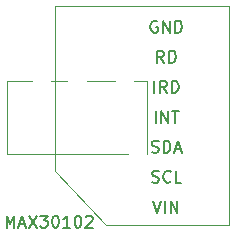
<source format=gbr>
G04 #@! TF.GenerationSoftware,KiCad,Pcbnew,(5.1.5)-3*
G04 #@! TF.CreationDate,2020-12-21T12:58:05+01:00*
G04 #@! TF.ProjectId,epimetheus_max30102,6570696d-6574-4686-9575-735f6d617833,rev?*
G04 #@! TF.SameCoordinates,Original*
G04 #@! TF.FileFunction,Legend,Top*
G04 #@! TF.FilePolarity,Positive*
%FSLAX46Y46*%
G04 Gerber Fmt 4.6, Leading zero omitted, Abs format (unit mm)*
G04 Created by KiCad (PCBNEW (5.1.5)-3) date 2020-12-21 12:58:05*
%MOMM*%
%LPD*%
G04 APERTURE LIST*
%ADD10C,0.150000*%
%ADD11C,0.120000*%
G04 APERTURE END LIST*
D10*
X161988952Y-40330380D02*
X161988952Y-39330380D01*
X162322285Y-40044666D01*
X162655619Y-39330380D01*
X162655619Y-40330380D01*
X163084190Y-40044666D02*
X163560380Y-40044666D01*
X162988952Y-40330380D02*
X163322285Y-39330380D01*
X163655619Y-40330380D01*
X163893714Y-39330380D02*
X164560380Y-40330380D01*
X164560380Y-39330380D02*
X163893714Y-40330380D01*
X164846095Y-39330380D02*
X165465142Y-39330380D01*
X165131809Y-39711333D01*
X165274666Y-39711333D01*
X165369904Y-39758952D01*
X165417523Y-39806571D01*
X165465142Y-39901809D01*
X165465142Y-40139904D01*
X165417523Y-40235142D01*
X165369904Y-40282761D01*
X165274666Y-40330380D01*
X164988952Y-40330380D01*
X164893714Y-40282761D01*
X164846095Y-40235142D01*
X166084190Y-39330380D02*
X166179428Y-39330380D01*
X166274666Y-39378000D01*
X166322285Y-39425619D01*
X166369904Y-39520857D01*
X166417523Y-39711333D01*
X166417523Y-39949428D01*
X166369904Y-40139904D01*
X166322285Y-40235142D01*
X166274666Y-40282761D01*
X166179428Y-40330380D01*
X166084190Y-40330380D01*
X165988952Y-40282761D01*
X165941333Y-40235142D01*
X165893714Y-40139904D01*
X165846095Y-39949428D01*
X165846095Y-39711333D01*
X165893714Y-39520857D01*
X165941333Y-39425619D01*
X165988952Y-39378000D01*
X166084190Y-39330380D01*
X167369904Y-40330380D02*
X166798476Y-40330380D01*
X167084190Y-40330380D02*
X167084190Y-39330380D01*
X166988952Y-39473238D01*
X166893714Y-39568476D01*
X166798476Y-39616095D01*
X167988952Y-39330380D02*
X168084190Y-39330380D01*
X168179428Y-39378000D01*
X168227047Y-39425619D01*
X168274666Y-39520857D01*
X168322285Y-39711333D01*
X168322285Y-39949428D01*
X168274666Y-40139904D01*
X168227047Y-40235142D01*
X168179428Y-40282761D01*
X168084190Y-40330380D01*
X167988952Y-40330380D01*
X167893714Y-40282761D01*
X167846095Y-40235142D01*
X167798476Y-40139904D01*
X167750857Y-39949428D01*
X167750857Y-39711333D01*
X167798476Y-39520857D01*
X167846095Y-39425619D01*
X167893714Y-39378000D01*
X167988952Y-39330380D01*
X168703238Y-39425619D02*
X168750857Y-39378000D01*
X168846095Y-39330380D01*
X169084190Y-39330380D01*
X169179428Y-39378000D01*
X169227047Y-39425619D01*
X169274666Y-39520857D01*
X169274666Y-39616095D01*
X169227047Y-39758952D01*
X168655619Y-40330380D01*
X169274666Y-40330380D01*
D11*
X180848000Y-21590000D02*
X180848000Y-40132000D01*
X166116000Y-21590000D02*
X180848000Y-21590000D01*
X166116000Y-35560000D02*
X166116000Y-21590000D01*
X180848000Y-40132000D02*
X170434000Y-40132000D01*
X170434000Y-40132000D02*
X166116000Y-35560000D01*
X162052000Y-27888000D02*
X162052000Y-34088000D01*
X173873000Y-34088000D02*
X173873000Y-27888000D01*
X162052000Y-27888000D02*
X164148000Y-27888000D01*
X165798000Y-27888000D02*
X167148000Y-27888000D01*
X168798000Y-27888000D02*
X171198000Y-27888000D01*
X172748000Y-27888000D02*
X173873000Y-27888000D01*
X172298000Y-34088000D02*
X162052000Y-34088000D01*
D10*
X174752095Y-22868000D02*
X174656857Y-22820380D01*
X174514000Y-22820380D01*
X174371142Y-22868000D01*
X174275904Y-22963238D01*
X174228285Y-23058476D01*
X174180666Y-23248952D01*
X174180666Y-23391809D01*
X174228285Y-23582285D01*
X174275904Y-23677523D01*
X174371142Y-23772761D01*
X174514000Y-23820380D01*
X174609238Y-23820380D01*
X174752095Y-23772761D01*
X174799714Y-23725142D01*
X174799714Y-23391809D01*
X174609238Y-23391809D01*
X175228285Y-23820380D02*
X175228285Y-22820380D01*
X175799714Y-23820380D01*
X175799714Y-22820380D01*
X176275904Y-23820380D02*
X176275904Y-22820380D01*
X176514000Y-22820380D01*
X176656857Y-22868000D01*
X176752095Y-22963238D01*
X176799714Y-23058476D01*
X176847333Y-23248952D01*
X176847333Y-23391809D01*
X176799714Y-23582285D01*
X176752095Y-23677523D01*
X176656857Y-23772761D01*
X176514000Y-23820380D01*
X176275904Y-23820380D01*
X175323523Y-26360380D02*
X174990190Y-25884190D01*
X174752095Y-26360380D02*
X174752095Y-25360380D01*
X175133047Y-25360380D01*
X175228285Y-25408000D01*
X175275904Y-25455619D01*
X175323523Y-25550857D01*
X175323523Y-25693714D01*
X175275904Y-25788952D01*
X175228285Y-25836571D01*
X175133047Y-25884190D01*
X174752095Y-25884190D01*
X175752095Y-26360380D02*
X175752095Y-25360380D01*
X175990190Y-25360380D01*
X176133047Y-25408000D01*
X176228285Y-25503238D01*
X176275904Y-25598476D01*
X176323523Y-25788952D01*
X176323523Y-25931809D01*
X176275904Y-26122285D01*
X176228285Y-26217523D01*
X176133047Y-26312761D01*
X175990190Y-26360380D01*
X175752095Y-26360380D01*
X174514000Y-28900380D02*
X174514000Y-27900380D01*
X175561619Y-28900380D02*
X175228285Y-28424190D01*
X174990190Y-28900380D02*
X174990190Y-27900380D01*
X175371142Y-27900380D01*
X175466380Y-27948000D01*
X175514000Y-27995619D01*
X175561619Y-28090857D01*
X175561619Y-28233714D01*
X175514000Y-28328952D01*
X175466380Y-28376571D01*
X175371142Y-28424190D01*
X174990190Y-28424190D01*
X175990190Y-28900380D02*
X175990190Y-27900380D01*
X176228285Y-27900380D01*
X176371142Y-27948000D01*
X176466380Y-28043238D01*
X176514000Y-28138476D01*
X176561619Y-28328952D01*
X176561619Y-28471809D01*
X176514000Y-28662285D01*
X176466380Y-28757523D01*
X176371142Y-28852761D01*
X176228285Y-28900380D01*
X175990190Y-28900380D01*
X174609238Y-31440380D02*
X174609238Y-30440380D01*
X175085428Y-31440380D02*
X175085428Y-30440380D01*
X175656857Y-31440380D01*
X175656857Y-30440380D01*
X175990190Y-30440380D02*
X176561619Y-30440380D01*
X176275904Y-31440380D02*
X176275904Y-30440380D01*
X174299714Y-33932761D02*
X174442571Y-33980380D01*
X174680666Y-33980380D01*
X174775904Y-33932761D01*
X174823523Y-33885142D01*
X174871142Y-33789904D01*
X174871142Y-33694666D01*
X174823523Y-33599428D01*
X174775904Y-33551809D01*
X174680666Y-33504190D01*
X174490190Y-33456571D01*
X174394952Y-33408952D01*
X174347333Y-33361333D01*
X174299714Y-33266095D01*
X174299714Y-33170857D01*
X174347333Y-33075619D01*
X174394952Y-33028000D01*
X174490190Y-32980380D01*
X174728285Y-32980380D01*
X174871142Y-33028000D01*
X175299714Y-33980380D02*
X175299714Y-32980380D01*
X175537809Y-32980380D01*
X175680666Y-33028000D01*
X175775904Y-33123238D01*
X175823523Y-33218476D01*
X175871142Y-33408952D01*
X175871142Y-33551809D01*
X175823523Y-33742285D01*
X175775904Y-33837523D01*
X175680666Y-33932761D01*
X175537809Y-33980380D01*
X175299714Y-33980380D01*
X176252095Y-33694666D02*
X176728285Y-33694666D01*
X176156857Y-33980380D02*
X176490190Y-32980380D01*
X176823523Y-33980380D01*
X174323523Y-36472761D02*
X174466380Y-36520380D01*
X174704476Y-36520380D01*
X174799714Y-36472761D01*
X174847333Y-36425142D01*
X174894952Y-36329904D01*
X174894952Y-36234666D01*
X174847333Y-36139428D01*
X174799714Y-36091809D01*
X174704476Y-36044190D01*
X174514000Y-35996571D01*
X174418761Y-35948952D01*
X174371142Y-35901333D01*
X174323523Y-35806095D01*
X174323523Y-35710857D01*
X174371142Y-35615619D01*
X174418761Y-35568000D01*
X174514000Y-35520380D01*
X174752095Y-35520380D01*
X174894952Y-35568000D01*
X175894952Y-36425142D02*
X175847333Y-36472761D01*
X175704476Y-36520380D01*
X175609238Y-36520380D01*
X175466380Y-36472761D01*
X175371142Y-36377523D01*
X175323523Y-36282285D01*
X175275904Y-36091809D01*
X175275904Y-35948952D01*
X175323523Y-35758476D01*
X175371142Y-35663238D01*
X175466380Y-35568000D01*
X175609238Y-35520380D01*
X175704476Y-35520380D01*
X175847333Y-35568000D01*
X175894952Y-35615619D01*
X176799714Y-36520380D02*
X176323523Y-36520380D01*
X176323523Y-35520380D01*
X174418761Y-38060380D02*
X174752095Y-39060380D01*
X175085428Y-38060380D01*
X175418761Y-39060380D02*
X175418761Y-38060380D01*
X175894952Y-39060380D02*
X175894952Y-38060380D01*
X176466380Y-39060380D01*
X176466380Y-38060380D01*
M02*

</source>
